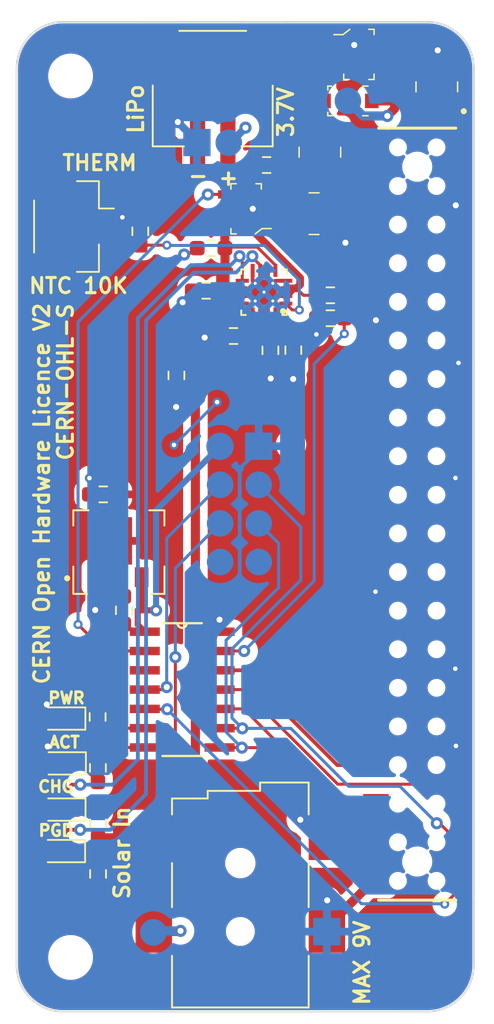
<source format=kicad_pcb>
(kicad_pcb (version 20221018) (generator pcbnew)
  (layers (0 "F.Cu" signal) (31 "B.Cu" signal) (34 "B.Paste" user) (35 "F.Paste" user) (36 "B.SilkS" user "B.Silkscreen") (37 "F.SilkS" user "F.Silkscreen") (38 "B.Mask" user) (39 "F.Mask" user) (44 "Edge.Cuts" user))
  (net 0 "")
  (net 1 "5v2RPi")
  (net 2 "GND")
  (net 3 "VccSolar")
  (net 4 "VccBattery")
  (net 5 "VccBQ")
  (net 6 "3v_to_ATtiny")
  (footprint "Resistor_SMD:R_0603_1608Metric_Pad0.98x0.95mm_HandSolder" (layer "F.Cu") (at 171.25 83.84)
    (fp_text reference "R1" hide)
    (fp_text value "10k" hide)
  )
  (footprint "" (layer "F.Cu") (at 170.73 109.96)
    (fp_text reference "" hide)
    (fp_text value "" hide)
  )
  (footprint "Fiducial:Fiducial_1mm_Mask2mm" (layer "F.Cu") (at 161.96 76.11)
    (fp_text reference "FID1" hide)
    (fp_text value "Fiducial_1mm_Mask2mm" hide)
  )
  (footprint "digikey-footprints:ATtiny84-SSFR" (layer "F.Cu") (at 165.6862 118.355)
    (fp_text reference "U1" hide)
    (fp_text value "ATtiny84-SSFR" hide)
  )
  (footprint "LED_SMD:LED_0603_1608Metric_Pad1.05x0.95mm_HandSolder" (layer "F.Cu") (at 157.635 128.98 180)
    (fp_text reference "D1" hide)
    (fp_text value "" hide)
  )
  (footprint "Fiducial:Fiducial_1mm_Mask2mm" (layer "F.Cu") (at 182.66 137.31)
    (fp_text reference "FID4" hide)
    (fp_text value "Fiducial_1mm_Mask2mm" hide)
  )
  (footprint "Resistor_SMD:R_0603_1608Metric_Pad0.98x0.95mm_HandSolder" (layer "F.Cu") (at 167.27 92.11)
    (fp_text reference "C1" hide)
    (fp_text value "10uf" hide)
  )
  (footprint "Resistor_SMD:R_0603_1608Metric_Pad0.98x0.95mm_HandSolder" (layer "F.Cu") (at 173.01 96.02 -90)
    (fp_text reference "R4" hide)
    (fp_text value "1.23k" hide)
  )
  (footprint "Resistor_SMD:R_0603_1608Metric_Pad0.98x0.95mm_HandSolder" (layer "F.Cu") (at 175.45 92.41)
    (fp_text reference "R1" hide)
    (fp_text value "10k" hide)
  )
  (footprint "digikey-kicad-library:AP2126-WG" (layer "F.Cu") (at 169.9 86.72 90)
    (fp_text reference "U4" hide)
    (fp_text value "AP2161-WG" hide)
  )
  (footprint "digikey-footprints:SMT_Solar_barrel" (layer "F.Cu") (at 163.82 128.17 90)
    (fp_text reference "J3" hide)
    (fp_text value "SMT_Solar_barrel" hide)
  )
  (footprint "Fiducial:Fiducial_1mm_Mask2mm" (layer "F.Cu") (at 156.48 82.99)
    (fp_text reference "FID3" hide)
    (fp_text value "Fiducial_1mm_Mask2mm" hide)
  )
  (footprint "Resistor_SMD:R_0603_1608Metric_Pad0.98x0.95mm_HandSolder" (layer "F.Cu") (at 175.45 93.92)
    (fp_text reference "R1" hide)
    (fp_text value "10k" hide)
  )
  (footprint "digikey-footprints:RPi_SMD" (layer "F.Cu") (at 169.135 106.33)
    (fp_text reference "REF**" hide)
    (fp_text value "RPi_SMD" hide)
    (fp_line (start -14.355 -28.85) (end -14.355 26.46) (stroke (width 0.12)) (layer "Edge.Cuts"))
    (fp_line (start -14.355 26.46) (end -14.355 30.15) (stroke (width 0.12)) (layer "Edge.Cuts"))
    (fp_line (start -7.855 -31.91) (end -11.295 -31.91) (stroke (width 0.12)) (layer "Edge.Cuts"))
    (fp_line (start 12.705 -31.91) (end -7.855 -31.91) (stroke (width 0.12)) (layer "Edge.Cuts"))
    (fp_line (start 12.705 33.21) (end -11.295 33.21) (stroke (width 0.12)) (layer "Edge.Cuts"))
    (fp_line (start 15.765 -28.85) (end 15.765 30.15) (stroke (width 0.12)) (layer "Edge.Cuts"))
    (fp_arc (start -14.355 -28.85) (mid -13.458747 -31.013747) (end -11.295 -31.91) (stroke (width 0.12)) (layer "Edge.Cuts"))
    (fp_arc (start -11.295 33.21) (mid -13.458747 32.313747) (end -14.355 30.15) (stroke (width 0.12)) (layer "Edge.Cuts"))
    (fp_arc (start 12.705 -31.91) (mid 14.868747 -31.013747) (end 15.765 -28.85) (stroke (width 0.12)) (layer "Edge.Cuts"))
    (fp_arc (start 15.765 30.15) (mid 14.868747 32.313747) (end 12.705 33.21) (stroke (width 0.12)) (layer "Edge.Cuts"))
  )
  (footprint "LOGO" (layer "F.Cu") (at 160.965646 95.101101 90)
    (fp_text reference "G***" hide)
    (fp_text value "LOGO" hide)
  )
  (footprint "Resistor_SMD:R_0603_1608Metric_Pad0.98x0.95mm_HandSolder" (layer "F.Cu") (at 167.59 89.31)
    (fp_text reference "C1" hide)
    (fp_text value "10uf" hide)
  )
  (footprint "digikey-kicad-library:1210" (layer "F.Cu") (at 174.77 82.995 90)
    (fp_text reference "L1" hide)
    (fp_text value "2.2 µH Shielded Inductor 2.5 A 90mOhm Max 1210" hide)
  )
  (footprint "Fiducial:Fiducial_1mm_Mask2mm" (layer "F.Cu") (at 173.57 76.11)
    (fp_text reference "FID2" hide)
    (fp_text value "Fiducial_1mm_Mask2mm" hide)
  )
  (footprint "digikey:JST_S2B-PH-SM4-TB(LF)(SN)" (layer "F.Cu") (at 167.7 82.26 180)
    (fp_text reference "J1" hide)
    (fp_text value "JST_S2B-PH-SM4-TB_LF__SN_" hide)
  )
  (footprint "Fiducial:Fiducial_1mm_Mask2mm" (layer "F.Cu") (at 174.93 90.27)
    (fp_text reference "FID7" hide)
    (fp_text value "Fiducial_1mm_Mask2mm" hide)
  )
  (footprint "" (layer "F.Cu") (at 168.19 107.42)
    (fp_text reference "" hide)
    (fp_text value "" hide)
  )
  (footprint "" (layer "F.Cu") (at 168.19 109.96)
    (fp_text reference "" hide)
    (fp_text value "" hide)
  )
  (footprint "" (layer "F.Cu") (at 168.76 82.37)
    (fp_text reference "" hide)
    (fp_text value "" hide)
  )
  (footprint "LED_SMD:LED_0603_1608Metric_Pad1.05x0.95mm_HandSolder" (layer "F.Cu") (at 157.6525 120.26 180)
    (fp_text reference "D1" hide)
    (fp_text value "" hide)
  )
  (footprint "digikey-kicad-library:1210" (layer "F.Cu") (at 174.375 87.05)
    (fp_text reference "C3" hide)
    (fp_text value "100uf 1210" hide)
  )
  (footprint "" (layer "F.Cu") (at 168.19 104.88)
    (fp_text reference "" hide)
    (fp_text value "" hide)
  )
  (footprint "" (layer "F.Cu") (at 170.73 107.42)
    (fp_text reference "" hide)
    (fp_text value "" hide)
  )
  (footprint "Fiducial:Fiducial_1mm_Mask2mm" (layer "F.Cu") (at 162.34 137.83)
    (fp_text reference "FID5" hide)
    (fp_text value "Fiducial_1mm_Mask2mm" hide)
  )
  (footprint "digikey-kicad-library:1210" (layer "F.Cu") (at 182.47 78.695 90)
    (fp_text reference "C3" hide)
    (fp_text value "100uf 1210" hide)
  )
  (footprint "Resistor_SMD:R_0603_1608Metric_Pad0.98x0.95mm_HandSolder" (layer "F.Cu") (at 165.31 97.6825 90)
    (fp_text reference "R4" hide)
    (fp_text value "1.18k" hide)
  )
  (footprint "LED_SMD:LED_0603_1608Metric_Pad1.05x0.95mm_HandSolder" (layer "F.Cu") (at 157.665 126.25 180)
    (fp_text reference "D1" hide)
    (fp_text value "" hide)
  )
  (footprint "digikey-kicad-library:SOD-123" (layer "F.Cu") (at 176.605 79.62 180)
    (fp_text reference "D2" hide)
    (fp_text value "Diode 60 V 2A Surface Mount SOD-123F" hide)
  )
  (footprint "Resistor_SMD:R_0603_1608Metric_Pad0.98x0.95mm_HandSolder" (layer "F.Cu") (at 161.85 113.14 90)
    (fp_text reference "C1" hide)
    (fp_text value "10uf" hide)
  )
  (footprint "LOGO" (layer "F.Cu") (at 172.86 105.75)
    (fp_text reference "G***" hide)
    (fp_text value "LOGO" hide)
  )
  (footprint "digikey-footprints:REG_MCP1700T-3602E_MB" (layer "F.Cu") (at 161.52 109.3075)
    (fp_text reference "U2" hide)
    (fp_text value "REG_MCP1700T-3602E/MB" hide)
  )
  (footprint "" (layer "F.Cu") (at 170.73 104.88)
    (fp_text reference "" hide)
    (fp_text value "" hide)
  )
  (footprint "Resistor_SMD:R_0603_1608Metric_Pad0.98x0.95mm_HandSolder" (layer "F.Cu") (at 160.49 105.51)
    (fp_text reference "C1" hide)
    (fp_text value "10uf" hide)
  )
  (footprint "Resistor_SMD:R_0603_1608Metric_Pad0.98x0.95mm_HandSolder" (layer "F.Cu") (at 160.12 120.1575 -90)
    (fp_text reference "R2" hide)
    (fp_text value "1k" hide)
  )
  (footprint "Resistor_SMD:R_0603_1608Metric_Pad0.98x0.95mm_HandSolder" (layer "F.Cu") (at 160.15 127.1525 -90)
    (fp_text reference "R2" hide)
    (fp_text value "1k" hide)
  )
  (footprint "Resistor_SMD:R_0603_1608Metric_Pad0.98x0.95mm_HandSolder" (layer "F.Cu") (at 160.15 130.4825 90)
    (fp_text reference "R2" hide)
    (fp_text value "1k" hide)
  )
  (footprint "Resistor_SMD:R_0603_1608Metric_Pad0.98x0.95mm_HandSolder" (layer "F.Cu") (at 169.07 95.09)
    (fp_text reference "C1" hide)
    (fp_text value "10uf" hide)
  )
  (footprint "digikey:bq2407" (layer "F.Cu") (at 171.08 92.205 90)
    (fp_text reference "U3" hide)
    (fp_text value "bq2407" hide)
  )
  (footprint "Fiducial:Fiducial_1mm_Mask2mm" (layer "F.Cu") (at 156.55 131.98)
    (fp_text reference "FID6" hide)
    (fp_text value "Fiducial_1mm_Mask2mm" hide)
  )
  (footprint "Resistor_SMD:R_0603_1608Metric_Pad0.98x0.95mm_HandSolder" (layer "F.Cu") (at 171.5 96.0325 -90)
    (fp_text reference "R1" hide)
    (fp_text value "10k" hide)
  )
  (footprint "LED_SMD:LED_0603_1608Metric_Pad1.05x0.95mm_HandSolder" (layer "F.Cu") (at 157.6875 123.21 180)
    (fp_text reference "D1" hide)
    (fp_text value "" hide)
  )
  (footprint "digikey-kicad-library:TPS613222A" (layer "F.Cu") (at 177.33 76.56 -90)
    (fp_text reference "U5" hide)
    (fp_text value "TPS613222A" hide)
  )
  (footprint "Fiducial:Fiducial_1mm_Mask2mm" (layer "F.Cu") (at 172.86 102.23)
    (fp_text reference "FID7" hide)
    (fp_text value "Fiducial_1mm_Mask2mm" hide)
  )
  (footprint "" (layer "F.Cu") (at 176.605 79.62)
    (fp_text reference "" hide)
    (fp_text value "" hide)
  )
  (footprint "" (layer "F.Cu") (at 166.66 82.36)
    (fp_text reference "")
    (fp_text value "")
  )
  (footprint "" (layer "F.Cu") (at 163.79 134.33)
    (fp_text reference "" hide)
    (fp_text value "" hide)
  )
  (footprint "Resistor_SMD:R_0603_1608Metric_Pad0.98x0.95mm_HandSolder" (layer "F.Cu") (at 162.93 88.2 90)
    (fp_text reference "R1" hide)
    (fp_text value "10k" hide)
  )
  (footprint "Resistor_SMD:R_0603_1608Metric_Pad0.98x0.95mm_HandSolder" (layer "F.Cu") (at 160.14 123.5075 -90)
    (fp_text reference "R2" hide)
    (fp_text value "1k" hide)
  )
  (footprint "digikey:JST_GH_SM02B-GHS-TB_1x02-1MP_P1.25mm_Horizontal" (layer "F.Cu") (at 158.496 87.884 -90)
    (fp_text reference "J2" hide)
    (fp_text value "JST_GH_SM02B-GHS-TB_1x02-1MP_P1.25mm_Horizontal" hide)
  )
  (footprint "digikey-footprints:Square_Test_Point_4_GPIO" (layer "B.Cu") (at 175.22 134.28 180)
    (fp_text reference "REF**" hide)
    (fp_text value "Round_TP" hide)
  )
  (footprint "digikey-footprints:Square_Test_Point_4_GPIO" (layer "B.Cu") (at 170.73 102.34 180)
    (fp_text reference "REF**" hide)
    (fp_text value "Round_TP" hide)
  )
  (footprint "digikey-footprints:Round_Test_Point_4_GPIO" (layer "B.Cu") (at 168.18 102.35 180)
    (fp_text reference "REF**" hide)
    (fp_text value "Round_TP" hide)
  )
  (gr_text "ACT" (at 156.83 122.26) (layer "F.SilkS") (effects (font (size 0.75 0.75) (thickness 0.1875) bold) (justify left bottom)))
  (gr_text "NTC 10K" (at 155.49 92.37) (layer "F.SilkS") (effects (font (size 1 1) (thickness 0.2) bold) (justify left bottom)))
  (gr_text "CHG\n" (at 156.1 125.18) (layer "F.SilkS") (effects (font (size 0.75 0.75) (thickness 0.1875) bold) (justify left bottom)))
  (gr_text "Solar In" (at 162.31 132.25 90) (layer "F.SilkS") (effects (font (size 1 1) (thickness 0.2) bold) (justify left bottom)))
  (gr_text "3.7V" (at 173.1 82.11 90) (layer "F.SilkS") (effects (font (size 1 1) (thickness 0.2) bold) (justify left bottom)))
  (gr_text "MAX 9V" (at 178.12 139.23 90) (layer "F.SilkS") (effects (font (size 1 1) (thickness 0.2) bold) (justify left bottom)))
  (gr_text "PGD" (at 156.13 128.07) (layer "F.SilkS") (effects (font (size 0.75 0.75) (thickness 0.1875) bold) (justify left bottom)))
  (gr_text "CERN Open Hardware Licence V2" (at 157.03 118.12 90) (layer "F.SilkS") (effects (font (size 1 1) (thickness 0.2) bold) (justify left bottom)))
  (gr_text "-" (at 165.99 85.11) (layer "F.SilkS") (effects (font (size 1 1) (thickness 0.2) bold) (justify left bottom)))
  (gr_text "LiPo" (at 163.22 81.88 90) (layer "F.SilkS") (effects (font (size 1 1) (thickness 0.2) bold) (justify left bottom)))
  (gr_text "THERM" (at 157.69 84.28) (layer "F.SilkS") (effects (font (size 1 1) (thickness 0.2) bold) (justify left bottom)))
  (gr_text "PWR" (at 156.77 119.35) (layer "F.SilkS") (effects (font (size 0.75 0.75) (thickness 0.1875) bold) (justify left bottom)))
  (gr_text "CERN-OHL-S" (at 158.59 103.39 90) (layer "F.SilkS") (effects (font (size 1 1) (thickness 0.2) bold) (justify left bottom)))
  (gr_text "+" (at 167.99 85.25) (layer "F.SilkS") (effects (font (size 1 1) (thickness 0.2) bold) (justify left bottom)))
  (segment (start 176.3625 93.92) (end 176.3625 94.9325) (width 0.2) (layer "F.Cu") (net 0))
  (segment (start 175.935 124.58) (end 182.61 124.58) (width 0.2) (layer "F.Cu") (net 0))
  (segment (start 160.295 120.895) (end 160.12 121.07) (width 0.2) (layer "F.Cu") (net 0))
  (segment (start 164.505 118.355) (end 164.67 118.19) (width 0.2) (layer "F.Cu") (net 0))
  (segment (start 171.25 87.67) (end 172.615 87.67) (width 0.7) (layer "F.Cu") (net 0))
  (segment (start 171.33 94.95) (end 171.5 95.12) (width 0.2) (layer "F.Cu") (net 0))
  (segment (start 173.23 87.05) (end 173.23 85.96) (width 0.5) (layer "F.Cu") (net 0))
  (segment (start 158.83 114.07) (end 160.575 115.815) (width 0.2) (layer "F.Cu") (net 0))
  (segment (start 171.25 84.7525) (end 171.25 85.77) (width 0.2) (layer "F.Cu") (net 0))
  (segment (start 163.2224 122.165) (end 164.415 122.165) (width 0.2) (layer "F.Cu") (net 0))
  (segment (start 160.12 119.245) (end 159.5425 119.245) (width 0.2) (layer "F.Cu") (net 0))
  (segment (start 170.31 89.8395) (end 170.31 89.911726) (width 0.2) (layer "F.Cu") (net 0))
  (segment (start 164.68 89.1125) (end 162.93 89.1125) (width 0.2) (layer "F.Cu") (net 0))
  (segment (start 177.33 125.43) (end 177.76 125.86) (width 0.2) (layer "F.Cu") (net 0))
  (segment (start 172.615 87.67) (end 173.235 87.05) (width 0.5) (layer "F.Cu") (net 0))
  (segment (start 183.89 130.94) (end 183.89 131.56) (width 0.2) (layer "F.Cu") (net 0))
  (segment (start 168.15 118.355) (end 169.65 118.355) (width 0.2) (layer "F.Cu") (net 0))
  (segment (start 173.23 85.96) (end 175.05 84.14) (width 0.7) (layer "F.Cu") (net 0))
  (segment (start 169.467973 89.8395) (end 169.645 90.016527) (width 0.2) (layer "F.Cu") (net 0))
  (segment (start 160.14 124.42) (end 159.085 123.365) (width 0.2) (layer "F.Cu") (net 0))
  (segment (start 169.62 119.625) (end 169.745 119.625) (width 0.2) (layer "F.Cu") (net 0))
  (segment (start 163.2224 122.165) (end 160.57 122.165) (width 0.2) (layer "F.Cu") (net 0))
  (segment (start 169.61 122.165) (end 169.62 122.175) (width 0.2) (layer "F.Cu") (net 0))
  (segment (start 170.985 122.175) (end 169.62 122.175) (width 0.2) (layer "F.Cu") (net 0))
  (segment (start 169.65 118.355) (end 169.68 118.325) (width 0.2) (layer "F.Cu") (net 0))
  (segment (start 158.16 127.58) (end 156.76 128.98) (width 0.25) (layer "F.Cu") (net 0))
  (segment (start 158.43 124.61) (end 156.79 126.25) (width 0.25) (layer "F.Cu") (net 0))
  (segment (start 176.3625 92.41) (end 176.3625 93.92) (width 0.2) (layer "F.Cu") (net 0))
  (segment (start 176.55 126.07) (end 178.45 127.97) (width 0.2) (layer "F.Cu") (net 0))
  (segment (start 169.745 119.625) (end 175.55 125.43) (width 0.2) (layer "F.Cu") (net 0))
  (segment (start 163.2474 119.65) (end 163.2224 119.625) (width 0.2) (layer "F.Cu") (net 0))
  (segment (start 167.39 85.77) (end 168.55 85.77) (width 0.2) (layer "F.Cu") (net 0))
  (segment (start 158.97 127.58) (end 158.16 127.58) (width 0.25) (layer "F.Cu") (net 0))
  (segment (start 169.645 90.016527) (end 169.645 91.455) (width 0.2) (layer "F.Cu") (net 0))
  (segment (start 163.2224 120.895) (end 160.295 120.895) (width 0.2) (layer "F.Cu") (net 0))
  (segment (start 165.24 121.34) (end 165.24 116.22) (width 0.2) (layer "F.Cu") (net 0))
  (segment (start 170.3375 83.84) (end 171.25 84.7525) (width 0.2) (layer "F.Cu") (net 0))
  (segment (start 175.555 75.61) (end 175.98 75.61) (width 0.6) (layer "F.Cu") (net 0))
  (segment (start 175.03 81.59) (end 174.77 81.85) (width 0.6) (layer "F.Cu") (net 0))
  (segment (start 167.21 94.16) (end 165.31 96.06) (width 0.2) (layer "F.Cu") (net 0))
  (segment (start 168.15 115.815) (end 169.77 115.815) (width 0.2) (layer "F.Cu") (net 0))
  (segment (start 158.785 130.03) (end 158.785 129.255) (width 0.2) (layer "F.Cu") (net 0))
  (segment (start 176.3625 94.9325) (end 176.37 94.94) (width 0.2) (layer "F.Cu") (net 0))
  (segment (start 160.57 122.165) (end 160.14 122.595) (width 0.2) (layer "F.Cu") (net 0))
  (segment (start 182.64 127.15) (end 183.89 128.4) (width 0.2) (layer "F.Cu") (net 0))
  (segment (start 178.45 127.97) (end 178.45 128.4) (width 0.2) (layer "F.Cu") (net 0))
  (segment (start 182.46 127.15) (end 182.64 127.15) (width 0.2) (layer "F.Cu") (net 0))
  (segment (start 174.88 126.07) (end 170.985 122.175) (width 0.2) (layer "F.Cu") (net 0))
  (segment (start 168.15 119.625) (end 169.62 119.625) (width 0.2) (layer "F.Cu") (net 0))
  (segment (start 176.55 126.07) (end 174.88 126.07) (width 0.2) (layer "F.Cu") (net 0))
  (segment (start 159.5425 119.245) (end 158.5275 120.26) (width 0.2) (layer "F.Cu") (net 0))
  (segment (start 175.03 79.62) (end 175.03 76.135) (width 0.6) (layer "F.Cu") (net 0))
  (segment (start 171.83 93.64) (end 171.83 93.82) (width 0.2) (layer "F.Cu") (net 0))
  (segment (start 168.15 120.895) (end 169.64 120.895) (width 0.2) (layer "F.Cu") (net 0))
  (segment (start 169.67 117.085) (end 175.905 123.32) (width 0.25) (layer "F.Cu") (net 0))
  (segment (start 177.76 125.86) (end 178.45 125.86) (width 0.2) (layer "F.Cu") (net 0))
  (segment (start 171.33 94.79) (end 171.45 94.91) (width 0.2) (layer "F.Cu") (net 0))
  (segment (start 171.33 93.64) (end 171.33 94.95) (width 0.2) (layer "F.Cu") (net 0))
  (segment (start 159.085 123.365) (end 158.575 123.365) (width 0.2) (layer "F.Cu") (net 0))
  (segment (start 171.83 93.82) (end 172.92 94.91) (width 0.2) (layer "F.Cu") (net 0))
  (segment (start 169.64 120.895) (end 169.65 120.905) (width 0.2) (layer "F.Cu") (net 0))
  (segment (start 168.15 122.165) (end 169.61 122.165) (width 0.2) (layer "F.Cu") (net 0))
  (segment (start 172.934878 93.374878) (end 172.515 92.955) (width 0.2) (layer "F.Cu") (net 0))
  (segment (start 168.44 94.16) (end 167.21 94.16) (width 0.2) (layer "F.Cu") (net 0))
  (segment (start 162.9225 89.12) (end 162.93 89.1125) (width 0.2) (layer "F.Cu") (net 0))
  (segment (start 158.785 130.03) (end 160.15 131.395) (width 0.2) (layer "F.Cu") (net 0))
  (segment (start 169.645 92.955) (end 168.44 94.16) (width 0.2) (layer "F.Cu") (net 0))
  (segment (start 169.62 119.625) (end 169.63 119.615) (width 0.2) (layer "F.Cu") (net 0))
  (segment (start 160.575 115.815) (end 163.2224 115.815) (width 0.2) (layer "F.Cu") (net 0))
  (segment (start 164.7 119.65) (end 163.2474 119.65) (width 0.2) (layer "F.Cu") (net 0))
  (segment (start 163.2224 118.355) (end 164.505 118.355) (width 0.2) (layer "F.Cu") (net 0))
  (segment (start 175.03 76.135) (end 175.555 75.61) (width 0.6) (layer "F.Cu") (net 0))
  (segment (start 171.33 94.9) (end 171.5 95.07) (width 0.2) (layer "F.Cu") (net 0))
  (segment (start 165.31 96.06) (end 165.31 96.77) (width 0.2) (layer "F.Cu") (net 0))
  (segment (start 175.55 125.43) (end 177.33 125.43) (width 0.2) (layer "F.Cu") (net 0))
  (segment (start 170.31 89.911726) (end 170.83 90.431726) (width 0.2) (layer "F.Cu") (net 0))
  (segment (start 175.905 123.32) (end 178.45 123.32) (width 0.25) (layer "F.Cu") (net 0))
  (segment (start 169.68 118.325) (end 175.935 124.58) (width 0.2) (layer "F.Cu") (net 0))
  (segment (start 158.785 129.255) (end 158.51 128.98) (width 0.2) (layer "F.Cu") (net 0))
  (segment (start 173.405122 93.374878) (end 172.934878 93.374878) (width 0.2) (layer "F.Cu") (net 0))
  (segment (start 170.83 90.431726) (end 170.83 90.77) (width 0.2) (layer "F.Cu") (net 0))
  (segment (start 171.33 93.64) (end 171.33 94.9) (width 0.2) (layer "F.Cu") (net 0))
  (segment (start 167.38 85.78) (end 167.39 85.77) (width 0.2) (layer "F.Cu") (net 0))
  (segment (start 182.61 124.58) (end 183.89 125.86) (width 0.2) (layer "F.Cu") (net 0))
  (segment (start 164.415 122.165) (end 165.24 121.34) (width 0.2) (layer "F.Cu") (net 0))
  (segment (start 158.98 124.61) (end 158.43 124.61) (width 0.25) (layer "F.Cu") (net 0))
  (segment (start 168.15 117.085) (end 169.67 117.085) (width 0.25) (layer "F.Cu") (net 0))
  (segment (start 175.03 79.62) (end 175.03 81.59) (width 0.6) (layer "F.Cu") (net 0))
  (segment (start 160.957 89.12) (end 162.9225 89.12) (width 0.2) (layer "F.Cu") (net 0))
  (segment (start 183.89 131.56) (end 182.98 132.47) (width 0.2) (layer "F.Cu") (net 0))
  (segment (start 160.957 89.12) (end 160.346 88.509) (width 0.2) (layer "F.Cu") (net 0))
  (segment (start 171.33 94.26) (end 171.37 94.3) (width 0) (layer "F.Cu") (net 0))
  (via (at 170.31 89.8395) (size 0.8) (drill 0.4) (layers "F.Cu" "B.Cu") (net 0))
  (via (at 158.83 114.07) (size 0.6) (drill 0.3) (layers "F.Cu" "B.Cu") (net 0))
  (via (at 182.46 127.15) (size 0.8) (drill 0.4) (layers "F.Cu" "B.Cu") (net 0))
  (via (at 165.24 116.22) (size 0.8) (drill 0.4) (layers "F.Cu" "B.Cu") (net 0))
  (via (at 167.38 85.78) (size 0.8) (drill 0.4) (layers "F.Cu" "B.Cu") (net 0))
  (via (at 169.62 122.175) (size 0.8) (drill 0.4) (layers "F.Cu" "B.Cu") (net 0))
  (via (at 164.68 89.1125) (size 0.6) (drill 0.3) (layers "F.Cu" "B.Cu") (net 0))
  (via (at 158.97 127.58) (size 0.8) (drill 0.4) (layers "F.Cu" "B.Cu") (net 0))
  (via (at 164.7 119.65) (size 0.8) (drill 0.4) (layers "F.Cu" "B.Cu") (net 0))
  (via (at 173.405122 93.374878) (size 0.6) (drill 0.3) (layers "F.Cu" "B.Cu") (net 0))
  (via (at 169.77 115.815) (size 0.8) (drill 0.4) (layers "F.Cu" "B.Cu") (net 0))
  (via (at 158.98 124.61) (size 0.8) (drill 0.4) (layers "F.Cu" "B.Cu") (net 0))
  (via (at 176.37 94.94) (size 0.6) (drill 0.3) (layers "F.Cu" "B.Cu") (net 0))
  (via (at 169.467973 89.8395) (size 0.8) (drill 0.4) (layers "F.Cu" "B.Cu") (net 0))
  (via (at 164.67 118.19) (size 0.8) (drill 0.4) (layers "F.Cu" "B.Cu") (net 0))
  (via (at 169.65 120.905) (size 0.8) (drill 0.4) (layers "F.Cu" "B.Cu") (net 0))
  (via (at 182.98 132.47) (size 0.6) (drill 0.3) (layers "F.Cu" "B.Cu") (net 0))
  (segment (start 163.31 94.06) (end 163.31 125.23) (width 0.25) (layer "B.Cu") (net 0))
  (segment (start 169.77 115.815) (end 174.4 111.185) (width 0.2) (layer "B.Cu") (net 0))
  (segment (start 169.65 120.905) (end 169.65 120.9) (width 0.2) (layer "B.Cu") (net 0))
  (segment (start 168.877473 90.43) (end 166.25 90.43) (width 0.25) (layer "B.Cu") (net 0))
  (segment (start 173.5 107.65) (end 170.73 104.88) (width 0.2) (layer "B.Cu") (net 0))
  (segment (start 172.845 120.905) (end 169.65 120.905) (width 0.2) (layer "B.Cu") (net 0))
  (segment (start 164.68 89.1125) (end 164.6975 89.13) (width 0.2) (layer "B.Cu") (net 0))
  (segment (start 169.467973 89.8395) (end 168.877473 90.43) (width 0.25) (layer "B.Cu") (net 0))
  (segment (start 168.58 121.15) (end 168.58 115.11) (width 0.2) (layer "B.Cu") (net 0))
  (segment (start 168.58 115.11) (end 172.04 111.65) (width 0.2) (layer "B.Cu") (net 0))
  (segment (start 174.39 96.92) (end 176.37 94.94) (width 0.2) (layer "B.Cu") (net 0))
  (segment (start 158.83 94.17) (end 158.83 114.07) (width 0.2) (layer "B.Cu") (net 0))
  (segment (start 162.77 93.91) (end 162.77 122.9525) (width 0.25) (layer "B.Cu") (net 0))
  (segment (start 182.96 132.45) (end 182.98 132.47) (width 0.2) (layer "B.Cu") (net 0))
  (segment (start 165.24 110.37) (end 168.19 107.42) (width 0.2) (layer "B.Cu") (net 0))
  (segment (start 169.2395 90.91) (end 166.46 90.91) (width 0.25) (layer "B.Cu") (net 0))
  (segment (start 172.04 111.65) (end 172.04 108.73) (width 0.2) (layer "B.Cu") (net 0))
  (segment (start 161.1125 124.61) (end 158.98 124.61) (width 0.25) (layer "B.Cu") (net 0))
  (segment (start 174.39 111.175) (end 174.39 96.92) (width 0.2) (layer "B.Cu") (net 0))
  (segment (start 167.22 85.78) (end 158.83 94.17) (width 0.2) (layer "B.Cu") (net 0))
  (segment (start 164.6975 89.13) (end 171.11 89.13) (width 0.2) (layer "B.Cu") (net 0))
  (segment (start 166.46 90.91) (end 163.31 94.06) (width 0.25) (layer "B.Cu") (net 0))
  (segment (start 169.605 122.175) (end 168.58 121.15) (width 0.2) (layer "B.Cu") (net 0))
  (segment (start 165.24 116.22) (end 165.24 110.37) (width 0.2) (layer "B.Cu") (net 0))
  (segment (start 169.62 122.175) (end 169.605 122.175) (width 0.2) (layer "B.Cu") (net 0))
  (segment (start 169.62 122.175) (end 169.985 122.175) (width 0.2) (layer "B.Cu") (net 0))
  (segment (start 177.5 132.45) (end 182.96 132.45) (width 0.2) (layer "B.Cu") (net 0))
  (segment (start 182.46 127.15) (end 180.03 124.72) (width 0.2) (layer "B.Cu") (net 0))
  (segment (start 173.405122 91.425122) (end 173.405122 93.374878) (width 0.2) (layer "B.Cu") (net 0))
  (segment (start 164.67 118.19) (end 164.67 108.4) (width 0.2) (layer "B.Cu") (net 0))
  (segment (start 168.97 115.68) (end 173.5 111.15) (width 0.2) (layer "B.Cu") (net 0))
  (segment (start 176.66 124.72) (end 172.845 120.905) (width 0.2) (layer "B.Cu") (net 0))
  (segment (start 174.4 111.185) (end 174.39 111.175) (width 0.2) (layer "B.Cu") (net 0))
  (segment (start 167.38 85.78) (end 167.22 85.78) (width 0.2) (layer "B.Cu") (net 0))
  (segment (start 166.25 90.43) (end 162.77 93.91) (width 0.25) (layer "B.Cu") (net 0))
  (segment (start 173.5 111.15) (end 173.5 107.65) (width 0.2) (layer "B.Cu") (net 0))
  (segment (start 164.67 108.4) (end 168.19 104.88) (width 0.2) (layer "B.Cu") (net 0))
  (segment (start 170.73 107.42) (end 172.04 108.73) (width 0.2) (layer "B.Cu") (net 0))
  (segment (start 169.65 120.9) (end 168.97 120.22) (width 0.2) (layer "B.Cu") (net 0))
  (segment (start 170.31 89.8395) (end 169.2395 90.91) (width 0.25) (layer "B.Cu") (net 0))
  (segment (start 169.65 120.905) (end 169.665 120.905) (width 0.2) (layer "B.Cu") (net 0))
  (segment (start 162.77 122.9525) (end 161.1125 124.61) (width 0.25) (layer "B.Cu") (net 0))
  (segment (start 160.96 127.58) (end 158.97 127.58) (width 0.25) (layer "B.Cu") (net 0))
  (segment (start 171.11 89.13) (end 173.405122 91.425122) (width 0.2) (layer "B.Cu") (net 0))
  (segment (start 168.97 120.22) (end 168.97 115.68) (width 0.2) (layer "B.Cu") (net 0))
  (segment (start 163.31 125.23) (end 160.96 127.58) (width 0.25) (layer "B.Cu") (net 0))
  (segment (start 180.03 124.72) (end 176.66 124.72) (width 0.2) (layer "B.Cu") (net 0))
  (segment (start 164.7 119.65) (end 177.5 132.45) (width 0.2) (layer "B.Cu") (net 0))
  (segment (start 180.39 79.62) (end 180.61 79.84) (width 0.5) (layer "F.Cu") (net 1))
  (segment (start 178.68 77.91) (end 178.68 77.51) (width 0.6) (layer "F.Cu") (net 1))
  (segment (start 179.67 79.62) (end 180.39 79.62) (width 0.6) (layer "F.Cu") (net 1))
  (segment (start 179.2 80.61) (end 179.68 80.13) (width 0.6) (layer "F.Cu") (net 1))
  (segment (start 182.47 79.84) (end 180.61 79.84) (width 0.6) (layer "F.Cu") (net 1))
  (segment (start 179.615 78.845) (end 178.68 77.91) (width 0.6) (layer "F.Cu") (net 1))
  (segment (start 182.74 80.11) (end 182.47 79.84) (width 0.6) (layer "F.Cu") (net 1))
  (segment (start 178.18 79.62) (end 179.67 79.62) (width 0.6) (layer "F.Cu") (net 1))
  (segment (start 183.89 82.26) (end 183.89 82.68) (width 0.6) (layer "F.Cu") (net 1))
  (segment (start 182.74 81.11) (end 183.89 82.26) (width 0.7) (layer "F.Cu") (net 1))
  (segment (start 182.74 81.11) (end 182.74 80.11) (width 0.7) (layer "F.Cu") (net 1))
  (segment (start 182.74 81.11) (end 182.74 80.85) (width 0.7) (layer "F.Cu") (net 1))
  (segment (start 179.68 80.13) (end 179.68 79.63) (width 0.6) (layer "F.Cu") (net 1))
  (segment (start 179.615 78.845) (end 180.61 79.84) (width 0.6) (layer "F.Cu") (net 1))
  (via (at 179.2 80.61) (size 0.8) (drill 0.4) (layers "F.Cu" "B.Cu") (net 1))
  (segment (start 177.595 80.61) (end 176.605 79.62) (width 0.6) (layer "B.Cu") (net 1))
  (segment (start 179.2 80.61) (end 177.595 80.61) (width 0.6) (layer "B.Cu") (net 1))
  (segment (start 160.367 87.28) (end 160.346 87.259) (width 0.2) (layer "F.Cu") (net 2))
  (segment (start 165.72 92.87) (end 165.91 92.87) (width 0.25) (layer "F.Cu") (net 2))
  (segment (start 183.72 123.15) (end 183.89 123.32) (width 0.2) (layer "F.Cu") (net 2))
  (segment (start 170.33 91.455) (end 170.5 91.625) (width 0.25) (layer "F.Cu") (net 2))
  (segment (start 156.83 122.1) (end 156.83 123.36) (width 0.25) (layer "F.Cu") (net 2))
  (segment (start 175.98 76.56) (end 176.4 76.56) (width 0.25) (layer "F.Cu") (net 2))
  (segment (start 172.515 91.455) (end 171.83 91.455) (width 0.25) (layer "F.Cu") (net 2))
  (segment (start 183.69 104.43) (end 183.69 105.34) (width 0.6) (layer "F.Cu") (net 2))
  (segment (start 173.01 97.9095) (end 173 97.9195) (width 0.2) (layer "F.Cu") (net 2))
  (segment (start 156.77 119.33) (end 156.77 120.2525) (width 0.25) (layer "F.Cu") (net 2))
  (segment (start 165.91 92.87) (end 166.64 92.14) (width 0.25) (layer "F.Cu") (net 2))
  (segment (start 159.5775 105.51) (end 159.5775 104.4425) (width 0.2) (layer "F.Cu") (net 2))
  (segment (start 168.0575 95.19) (end 168.1575 95.09) (width 0.25) (layer "F.Cu") (net 2))
  (segment (start 182.52 77.5) (end 182.47 77.55) (width 0.2) (layer "F.Cu") (net 2))
  (segment (start 160.02 113.06) (end 159.96 113.12) (width 0.4) (layer "F.Cu") (net 2))
  (segment (start 170.3 86.74) (end 170.31 86.75) (width 0.2) (layer "F.Cu") (net 2))
  (segment (start 174.5375 93.92) (end 174.5375 94.975) (width 0.2) (layer "F.Cu") (net 2))
  (segment (start 165.82 89.7295) (end 166.1005 89.7295) (width 0.2) (layer "F.Cu") (net 2))
  (segment (start 175.22 132.24) (end 175.24 132.22) (width 0.5) (layer "F.Cu") (net 2))
  (segment (start 161.7575 87.2875) (end 161.75 87.28) (width 0.2) (layer "F.Cu") (net 2))
  (segment (start 171.52 97.882) (end 171.52 96.965) (width 0.2) (layer "F.Cu") (net 2))
  (segment (start 183.71 86.49) (end 183.71 87.58) (width 0.2) (layer "F.Cu") (net 2))
  (segment (start 171.33 91.295) (end 171.33 90.77) (width 0.25) (layer "F.Cu") (net 2))
  (segment (start 183.71 87.58) (end 183.89 87.76) (width 0.2) (layer "F.Cu") (net 2))
  (segment (start 166.65 82.26) (end 165.4 81.01) (width 0.5) (layer "F.Cu") (net 2))
  (segment (start 176.4 76.56) (end 177.02 75.94) (width 0.25) (layer "F.Cu") (net 2))
  (segment (start 166.1005 89.7295) (end 166.49 89.34) (width 0.2) (layer "F.Cu") (net 2))
  (segment (start 175.525 88.035) (end 175.525 86.33) (width 0.4) (layer "F.Cu") (net 2))
  (segment (start 178.45 111.94) (end 178.42 111.91) (width 0.2) (layer "F.Cu") (net 2))
  (segment (start 174.5375 94.975) (end 174.53 94.9825) (width 0) (layer "F.Cu") (net 2))
  (segment (start 175.22 128.17) (end 177.99 130.94) (width 0.6) (layer "F.Cu") (net 2))
  (segment (start 176.44 88.95) (end 175.525 88.035) (width 0.4) (layer "F.Cu") (net 2))
  (segment (start 183.89 96.86) (end 183.89 97.92) (width 0.2) (layer "F.Cu") (net 2))
  (segment (start 173.01 96.9325) (end 173.01 97.9095) (width 0.2) (layer "F.Cu") (net 2))
  (segment (start 159.5775 104.4425) (end 159.58 104.44) (width 0.2) (layer "F.Cu") (net 2))
  (segment (start 183.68 116.98) (end 183.68 118.03) (width 0.2) (layer "F.Cu") (net 2))
  (segment (start 166.5 82.1) (end 166.65 82.25) (width 0.2) (layer "F.Cu") (net 2))
  (segment (start 178.45 113.16) (end 178.45 111.94) (width 0.5) (layer "F.Cu") (net 2))
  (segment (start 165.31 98.595) (end 165.31 99.74) (width 0.2) (layer "F.Cu") (net 2))
  (segment (start 174.72 128.17) (end 173.47 126.92) (width 0.6) (layer "F.Cu") (net 2))
  (segment (start 171.52 96.965) (end 171.5 96.945) (width 0.2) (layer "F.Cu") (net 2))
  (segment (start 183.68 118.03) (end 183.89 118.24) (width 0.2) (layer "F.Cu") (net 2))
  (segment (start 170.33 90.77) (end 170.33 91.455) (width 0.25) (layer "F.Cu") (net 2))
  (segment (start 166.7 82.26) (end 166.65 82.26) (width 0.2) (layer "F.Cu") (net 2))
  (segment (start 178.45 94.05) (end 178.45 92.84) (width 0.2) (layer "F.Cu") (net 2))
  (segment (start 171.83 91.455) (end 171.66 91.625) (width 0.25) (layer "F.Cu") (net 2))
  (segment (start 160.02 110.9575) (end 160.02 113.06) (width 0.4) (layer "F.Cu") (net 2))
  (segment (start 162.93 87.2875) (end 161.7575 87.2875) (width 0.2) (layer "F.Cu") (net 2))
  (segment (start 156.77 120.2525) (end 156.7775 120.26) (width 0.25) (layer "F.Cu") (net 2))
  (segment (start 168.15 113.755) (end 168.15 114.545) (width 0.5) (layer "F.Cu") (net 2))
  (segment (start 178.265 130.94) (end 178.01 130.94) (width 0.6) (layer "F.Cu") (net 2))
  (segment (start 175.22 133.985) (end 178.265 130.94) (width 0.6) (layer "F.Cu") (net 2))
  (segment (start 175.22 128.17) (end 174.72 128.17) (width 0.6) (layer "F.Cu") (net 2))
  (segment (start 183.72 122.06) (end 183.72 123.15) (width 0.2) (layer "F.Cu") (net 2))
  (segment (start 183.69 105.34) (end 183.89 105.54) (width 0.2) (layer "F.Cu") (net 2))
  (segment (start 171.66 91.625) (end 171.33 91.295) (width 0.25) (layer "F.Cu") (net 2))
  (segment (start 175.22 134.27) (end 175.22 133.985) (width 0.5) (layer "F.Cu") (net 2))
  (segment (start 165.31 99.74) (end 165.29 99.76) (width 0.2) (layer "F.Cu") (net 2))
  (segment (start 171.33 91.955) (end 171.08 92.205) (width 0.25) (layer "F.Cu") (net 2))
  (segment (start 182.52 76.290498) (end 182.52 77.5) (width 0.4) (layer "F.Cu") (net 2))
  (segment (start 167.17 95.19) (end 168.0575 95.19) (width 0.25) (layer "F.Cu") (net 2))
  (segment (start 159.96 113.12) (end 160.9175 113.12) (width 0.4) (layer "F.Cu") (net 2))
  (segment (start 160.9175 113.12) (end 160.9375 113.14) (width 0.4) (layer "F.Cu") (net 2))
  (segment (start 161.75 87.28) (end 160.367 87.28) (width 0.2) (layer "F.Cu") (net 2))
  (segment (start 170.83 93.115) (end 170.5 92.785) (width 0.25) (layer "F.Cu") (net 2))
  (segment (start 170.31 86.75) (end 171.21 86.75) (width 0.5) (layer "F.Cu") (net 2))
  (segment (start 177.99 130.94) (end 178.265 130.94) (width 0.6) (layer "F.Cu") (net 2))
  (segment (start 170.83 93.64) (end 170.83 93.115) (width 0.25) (layer "F.Cu") (net 2))
  (segment (start 175.22 134.27) (end 175.22 132.24) (width 0.5) (layer "F.Cu") (net 2))
  (via (at 183.72 122.06) (size 0.6) (drill 0.3) (layers "F.Cu" "B.Cu") (net 2))
  (via (at 165.72 92.87) (size 0.8) (drill 0.4) (layers "F.Cu" "B.Cu") (net 2))
  (via (at 159.96 113.12) (size 0.8) (drill 0.4) (layers "F.Cu" "B.Cu") (net 2))
  (via (at 165.29 99.76) (size 0.8) (drill 0.4) (layers "F.Cu" "B.Cu") (net 2))
  (via (at 156.77 119.33) (size 0.8) (drill 0.4) (layers "F.Cu" "B.Cu") (net 2))
  (via (at 171.52 97.882) (size 0.8) (drill 0.4) (layers "F.Cu" "B.Cu") (net 2))
  (via (at 156.83 122.1) (size 0.8) (drill 0.4) (layers "F.Cu" "B.Cu") (net 2))
  (via (at 178.42 111.91) (size 0.6) (drill 0.3) (layers "F.Cu" "B.Cu") (net 2))
  (via (at 173 97.9195) (size 0.8) (drill 0.4) (layers "F.Cu" "B.Cu") (net 2))
  (via (at 167.17 95.19) (size 0.8) (drill 0.4) (layers "F.Cu" "B.Cu") (net 2))
  (via (at 176.44 88.95) (size 0.8) (drill 0.4) (layers "F.Cu" "B.Cu") (net 2))
  (via (at 183.89 96.86) (size 0.6) (drill 0.3) (layers "F.Cu" "B.Cu") (net 2))
  (via (at 161.75 87.28) (size 0.6) (drill 0.3) (layers "F.Cu" "B.Cu") (net 2))
  (via (at 165.4 81.01) (size 0.8) (drill 0.4) (layers "F.Cu" "B.Cu") (net 2))
  (via (at 174.53 94.9825) (size 0.6) (drill 0.3) (layers "F.Cu" "B.Cu") (net 2))
  (via (at 159.58 104.44) (size 0.6) (drill 0.3) (layers "F.Cu" "B.Cu") (net 2))
  (via (at 178.45 94.05) (size 0.8) (drill 0.4) (layers "F.Cu" "B.Cu") (net 2))
  (via (at 173.47 126.92) (size 0.8) (drill 0.4) (layers "F.Cu" "B.Cu") (net 2))
  (via (at 182.52 76.290498) (size 0.8) (drill 0.4) (layers "F.Cu" "B.Cu") (net 2))
  (via (at 177.02 75.94) (size 0.8) (drill 0.4) (layers "F.Cu" "B.Cu") (net 2))
  (via (at 183.71 86.49) (size 0.8) (drill 0.4) (layers "F.Cu" "B.Cu") (net 2))
  (via (at 175.24 132.22) (size 0.8) (drill 0.4) (layers "F.Cu" "B.Cu") (net 2))
  (via (at 183.69 104.43) (size 0.6) (drill 0.3) (layers "F.Cu" "B.Cu") (net 2))
  (via (at 168.15 113.755) (size 0.8) (drill 0.4) (layers "F.Cu" "B.Cu") (net 2))
  (via (at 183.68 116.98) (size 0.6) (drill 0.3) (layers "F.Cu" "B.Cu") (net 2))
  (via (at 165.82 89.7295) (size 0.8) (drill 0.4) (layers "F.Cu" "B.Cu") (net 2))
  (via (at 170.34 86.72) (size 0.8) (drill 0.4) (layers "F.Cu" "B.Cu") (net 2))
  (segment (start 175.24 132.22) (end 175.24 134.26) (width 0.5) (layer "B.Cu") (net 2))
  (segment (start 170.73 102.56) (end 169.48 103.81) (width 0.25) (layer "B.Cu") (net 2))
  (segment (start 170.73 102.34) (end 170.73 102.56) (width 0.25) (layer "B.Cu") (net 2))
  (segment (start 170.5 92.785) (end 171.08 92.205) (width 0.25) (layer "B.Cu") (net 2))
  (segment (start 166.66 82.36) (end 166.66 82.27) (width 0.2) (layer "B.Cu") (net 2))
  (segment (start 171.66 91.625) (end 171.08 92.205) (width 0.25) (layer "B.Cu") (net 2))
  (segment (start 169.48 112.425) (end 168.15 113.755) (width 0.25) (layer "B.Cu") (net 2))
  (segment (start 169.48 103.81) (end 169.48 112.425) (width 0.25) (layer "B.Cu") (net 2))
  (segment (start 175.24 134.26) (end 175.22 134.28) (width 0.5) (layer "B.Cu") (net 2))
  (segment (start 166.66 82.27) (end 165.4 81.01) (width 0.5) (layer "B.Cu") (net 2))
  (segment (start 171.08 92.205) (end 171.66 92.785) (width 0.25) (layer "B.Cu") (net 2))
  (segment (start 171.08 92.205) (end 170.5 91.625) (width 0.25) (layer "B.Cu") (net 2))
  (segment (start 163.82 128.17) (end 163.82 134.27) (width 0.6) (layer "F.Cu") (net 3))
  (segment (start 170.05 93.93) (end 169.9825 93.9975) (width 0.2) (layer "F.Cu") (net 3))
  (segment (start 165.54 134.27) (end 165.58 134.23) (width 0.6) (layer "F.Cu") (net 3))
  (segment (start 166.56 125.43) (end 163.82 128.17) (width 0.6) (layer "F.Cu") (net 3))
  (segment (start 163.82 134.27) (end 165.54 134.27) (width 0.6) (layer "F.Cu") (net 3))
  (segment (start 166.56 98.5125) (end 166.56 125.43) (width 0.6) (layer "F.Cu") (net 3))
  (segment (start 170.05 93.92) (end 170.05 93.93) (width 0.2) (layer "F.Cu") (net 3))
  (segment (start 169.9825 95.09) (end 166.56 98.5125) (width 0.6) (layer "F.Cu") (net 3))
  (segment (start 169.9825 93.9975) (end 169.9825 95.09) (width 0.6) (layer "F.Cu") (net 3))
  (segment (start 170.33 93.64) (end 170.05 93.92) (width 0.5) (layer "F.Cu") (net 3))
  (via (at 165.58 134.23) (size 0.8) (drill 0.4) (layers "F.Cu" "B.Cu") (net 3))
  (segment (start 163.89 134.23) (end 163.79 134.33) (width 0.6) (layer "B.Cu") (net 3))
  (segment (start 165.58 134.23) (end 163.89 134.23) (width 0.6) (layer "B.Cu") (net 3))
  (segment (start 174.4975 92.41) (end 173.676 92.41) (width 0.2) (layer "F.Cu") (net 4))
  (segment (start 173.46 91.27) (end 169.71 87.52) (width 0.5) (layer "F.Cu") (net 4))
  (segment (start 172.515 91.955) (end 173.221 91.955) (width 0.5) (layer "F.Cu") (net 4))
  (segment (start 168.98 82.26) (end 169.86 81.38) (width 0.5) (layer "F.Cu") (net 4))
  (segment (start 169.55 85.27) (end 169.55 87.36) (width 0.5) (layer "F.Cu") (net 4))
  (segment (start 168.631396 83.9) (end 168.52 83.9) (width 0.2) (layer "F.Cu") (net 4))
  (segment (start 169.55 87.36) (end 169.71 87.52) (width 0.5) (layer "F.Cu") (net 4))
  (segment (start 172.871 92.099) (end 172.515 92.455) (width 0.5) (layer "F.Cu") (net 4))
  (segment (start 168.7 82.26) (end 168.7 84.42) (width 0.5) (layer "F.Cu") (net 4))
  (segment (start 173.015 91.955) (end 172.871 92.099) (width 0.5) (layer "F.Cu") (net 4))
  (segment (start 173.46 91.716) (end 173.46 91.27) (width 0.5) (layer "F.Cu") (net 4))
  (segment (start 173.221 91.955) (end 173.46 91.716) (width 0.5) (layer "F.Cu") (net 4))
  (segment (start 173.221 91.955) (end 173.015 91.955) (width 0.5) (layer "F.Cu") (net 4))
  (segment (start 168.7 82.26) (end 168.98 82.26) (width 0.5) (layer "F.Cu") (net 4))
  (segment (start 173.676 92.41) (end 173.221 91.955) (width 0.2) (layer "F.Cu") (net 4))
  (segment (start 168.7 84.42) (end 169.55 85.27) (width 0.5) (layer "F.Cu") (net 4))
  (via (at 169.86 81.38) (size 0.8) (drill 0.4) (layers "F.Cu" "B.Cu") (net 4))
  (segment (start 169.86 81.38) (end 168.87 82.37) (width 0.5) (layer "B.Cu") (net 4))
  (segment (start 168.87 82.37) (end 168.76 82.37) (width 0.2) (layer "B.Cu") (net 4))
  (segment (start 168.535 91.955) (end 168.35 92.14) (width 0.25) (layer "F.Cu") (net 5))
  (segment (start 168.5025 87.7175) (end 168.55 87.67) (width 0.4) (layer "F.Cu") (net 5))
  (segment (start 168.63 89.24) (end 168.51 89.36) (width 0.2) (layer "F.Cu") (net 5))
  (segment (start 168.51 91.93) (end 168.535 91.955) (width 0.25) (layer "F.Cu") (net 5))
  (segment (start 171.83 90.77) (end 171.83 90.431726) (width 0.2) (layer "F.Cu") (net 5))
  (segment (start 169.645 91.955) (end 168.535 91.955) (width 0.5) (layer "F.Cu") (net 5))
  (segment (start 168.51 89.3175) (end 168.5025 89.31) (width 0.5) (layer "F.Cu") (net 5))
  (segment (start 168.51 91.93) (end 168.51 89.3175) (width 0.6) (layer "F.Cu") (net 5))
  (segment (start 161.52 108.57) (end 161.52 110.87) (width 0.5) (layer "F.Cu") (net 5))
  (segment (start 161.68 108.03) (end 161.68 109.83) (width 0.4) (layer "F.Cu") (net 5))
  (segment (start 168.5025 89.31) (end 168.5025 87.7175) (width 0.6) (layer "F.Cu") (net 5))
  (segment (start 161.41 99.02) (end 168.29 92.14) (width 0.4) (layer "F.Cu") (net 5))
  (segment (start 171.83 90.431726) (end 170.638274 89.24) (width 0.2) (layer "F.Cu") (net 5))
  (segment (start 170.638274 89.24) (end 168.63 89.24) (width 0.2) (layer "F.Cu") (net 5))
  (segment (start 161.41 99.02) (end 161.41 107) (width 0.4) (layer "F.Cu") (net 5))
  (segment (start 169.645 91.955) (end 169.645 92.455) (width 0.5) (layer "F.Cu") (net 5))
  (segment (start 168.665 92.455) (end 168.35 92.14) (width 0.5) (layer "F.Cu") (net 5))
  (segment (start 161.43 105.89) (end 161.43 106.81) (width 0.25) (layer "F.Cu") (net 5))
  (segment (start 168.29 92.14) (end 168.35 92.14) (width 0.4) (layer "F.Cu") (net 5))
  (segment (start 169.645 92.455) (end 168.665 92.455) (width 0.5) (layer "F.Cu") (net 5))
  (segment (start 161.42 105.88) (end 161.43 105.89) (width 0.25) (layer "F.Cu") (net 5))
  (via (at 165.15 102.26) (size 0.6) (drill 0.3) (layers "F.Cu" "B.Cu") (net 5))
  (via (at 167.99 99.44) (size 0.6) (drill 0.3) (layers "F.Cu" "B.Cu") (net 5))
  (segment (start 165.17 102.26) (end 165.15 102.26) (width 0.2) (layer "B.Cu") (net 5))
  (segment (start 167.99 99.44) (end 165.17 102.26) (width 0.2) (layer "B.Cu") (net 5))
  (segment (start 163.02 113.02) (end 162.96 113.08) (width 0.2) (layer "F.Cu") (net 6))
  (segment (start 162.7625 113.14) (end 163.97 113.14) (width 0.4) (layer "F.Cu") (net 6))
  (segment (start 162.7625 114.0851) (end 163.2224 114.545) (width 0.4) (layer "F.Cu") (net 6))
  (segment (start 163.02 110.9575) (end 163.02 112.8825) (width 0.4) (layer "F.Cu") (net 6))
  (segment (start 163.02 112.8825) (end 162.7625 113.14) (width 0.4) (layer "F.Cu") (net 6))
  (segment (start 162.7625 113.14) (end 162.7625 114.0851) (width 0.4) (layer "F.Cu") (net 6))
  (via (at 163.97 113.14) (size 0.8) (drill 0.4) (layers "F.Cu" "B.Cu") (net 6))
  (segment (start 163.97 113.14) (end 163.97 106.56) (width 0.4) (layer "B.Cu") (net 6))
  (segment (start 163.97 106.56) (end 168.18 102.35) (width 0.4) (layer "B.Cu") (net 6))
  (zone (net 5) (net_name "VccBQ") (layer "F.Cu") (connect_pads (clearance 0.508)) (min_thickness 0.254) (fill yes (thermal_gap 0.508) (thermal_bridge_width 0.508))
    (polygon (pts (xy 185.44 79.01) (xy 185.44 81.01) (xy 185.44 81.21) (xy 185.57 140.04) (xy 169.54 139.93) (xy 162.54 139.93) (xy 154.32 139.86) (xy 154.03 131.07) (xy 153.73 125.96) (xy 154.07 100.77) (xy 154.67 73.055) (xy 173.97 73.125) (xy 175.648652 73.125) (xy 185.53 73.18)))
  )
  (zone (net 2) (net_name "GND") (layer "B.Cu") (name "Gnd") (connect_pads (clearance 0.508)) (min_thickness 0.254) (fill yes (thermal_gap 0.508) (thermal_bridge_width 0.508))
    (polygon (pts (xy 186.23 140.38) (xy 153.76 140.12) (xy 153.69 72.98) (xy 185.49 73.16)))
  )
)
</source>
